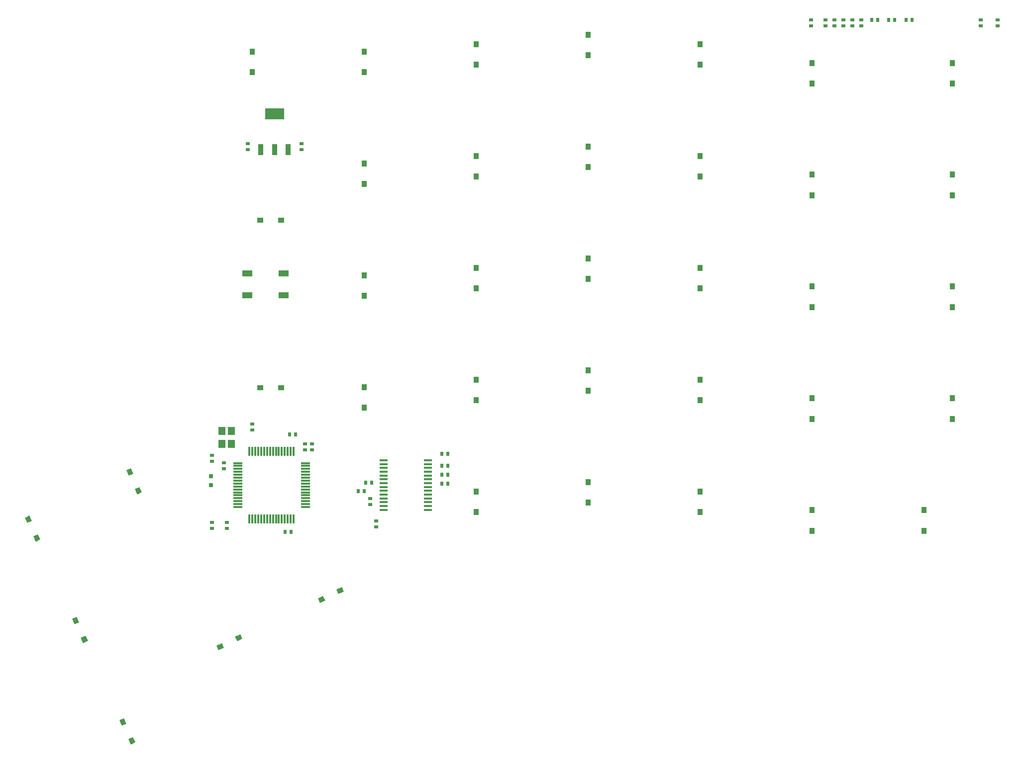
<source format=gbp>
G04 #@! TF.FileFunction,Paste,Bot*
%FSLAX46Y46*%
G04 Gerber Fmt 4.6, Leading zero omitted, Abs format (unit mm)*
G04 Created by KiCad (PCBNEW (2016-03-18 BZR 6629, Git 60d93d0)-product) date 7/17/2016 1:37:33 PM*
%MOMM*%
G01*
G04 APERTURE LIST*
%ADD10C,0.150000*%
%ADD11R,0.300000X1.500000*%
%ADD12R,1.500000X0.300000*%
%ADD13R,1.200000X1.400000*%
%ADD14R,0.650000X0.600000*%
%ADD15R,0.600000X0.650000*%
%ADD16R,1.430000X0.400000*%
%ADD17R,0.797560X0.797560*%
%ADD18R,1.800000X1.100000*%
%ADD19R,0.950000X1.900000*%
%ADD20R,3.250000X1.900000*%
%ADD21R,1.000760X0.850900*%
%ADD22R,0.850900X1.000760*%
G04 APERTURE END LIST*
D10*
D11*
X76267000Y-142910000D03*
X75767000Y-142910000D03*
X75267000Y-142910000D03*
X74767000Y-142910000D03*
X74267000Y-142910000D03*
X73767000Y-142910000D03*
X73267000Y-142910000D03*
X72767000Y-142910000D03*
X72267000Y-142910000D03*
X71767000Y-142910000D03*
X71267000Y-142910000D03*
X70767000Y-142910000D03*
X70267000Y-142910000D03*
X69767000Y-142910000D03*
X69267000Y-142910000D03*
X68767000Y-142910000D03*
D12*
X66767000Y-140910000D03*
X66767000Y-140410000D03*
X66767000Y-139910000D03*
X66767000Y-139410000D03*
X66767000Y-138910000D03*
X66767000Y-138410000D03*
X66767000Y-137910000D03*
X66767000Y-137410000D03*
X66767000Y-136910000D03*
X66767000Y-136410000D03*
X66767000Y-135910000D03*
X66767000Y-135410000D03*
X66767000Y-134910000D03*
X66767000Y-134410000D03*
X66767000Y-133910000D03*
X66767000Y-133410000D03*
D11*
X68767000Y-131410000D03*
X69267000Y-131410000D03*
X69767000Y-131410000D03*
X70267000Y-131410000D03*
X70767000Y-131410000D03*
X71267000Y-131410000D03*
X71767000Y-131410000D03*
X72267000Y-131410000D03*
X72767000Y-131410000D03*
X73267000Y-131410000D03*
X73767000Y-131410000D03*
X74267000Y-131410000D03*
X74767000Y-131410000D03*
X75267000Y-131410000D03*
X75767000Y-131410000D03*
X76267000Y-131410000D03*
D12*
X78267000Y-133410000D03*
X78267000Y-133910000D03*
X78267000Y-134410000D03*
X78267000Y-134910000D03*
X78267000Y-135410000D03*
X78267000Y-135910000D03*
X78267000Y-136410000D03*
X78267000Y-136910000D03*
X78267000Y-137410000D03*
X78267000Y-137910000D03*
X78267000Y-138410000D03*
X78267000Y-138910000D03*
X78267000Y-139410000D03*
X78267000Y-139910000D03*
X78267000Y-140410000D03*
X78267000Y-140910000D03*
D13*
X65697000Y-127932000D03*
X64097000Y-127932000D03*
X64097000Y-130132000D03*
X65697000Y-130132000D03*
D14*
X62357000Y-143518000D03*
X62357000Y-144518000D03*
X164338000Y-57920000D03*
X164338000Y-58920000D03*
X193167000Y-57920000D03*
X193167000Y-58920000D03*
X196088000Y-57920000D03*
X196088000Y-58920000D03*
D15*
X178554000Y-57912000D03*
X177554000Y-57912000D03*
D14*
X166751000Y-58920000D03*
X166751000Y-57920000D03*
D15*
X175633000Y-57912000D03*
X174633000Y-57912000D03*
D14*
X168275000Y-58920000D03*
X168275000Y-57920000D03*
X169799000Y-58920000D03*
X169799000Y-57920000D03*
X171323000Y-58920000D03*
X171323000Y-57920000D03*
X172847000Y-58920000D03*
X172847000Y-57920000D03*
X64389000Y-134358000D03*
X64389000Y-133358000D03*
D15*
X102481000Y-135382000D03*
X101481000Y-135382000D03*
D14*
X69215000Y-127754000D03*
X69215000Y-126754000D03*
D15*
X75811000Y-145161000D03*
X74811000Y-145161000D03*
D14*
X77597000Y-80002000D03*
X77597000Y-79002000D03*
X78232000Y-130183000D03*
X78232000Y-131183000D03*
D15*
X76573000Y-128524000D03*
X75573000Y-128524000D03*
D14*
X68453000Y-80002000D03*
X68453000Y-79002000D03*
X79375000Y-130183000D03*
X79375000Y-131183000D03*
X64897000Y-143518000D03*
X64897000Y-144518000D03*
D15*
X87257000Y-138176000D03*
X88257000Y-138176000D03*
X88527000Y-136779000D03*
X89527000Y-136779000D03*
X102481000Y-131826000D03*
X101481000Y-131826000D03*
D14*
X90297000Y-143264000D03*
X90297000Y-144264000D03*
X89281000Y-140454000D03*
X89281000Y-139454000D03*
D15*
X102481000Y-133858000D03*
X101481000Y-133858000D03*
D14*
X62357000Y-133088000D03*
X62357000Y-132088000D03*
D15*
X101481000Y-136906000D03*
X102481000Y-136906000D03*
D16*
X99172000Y-132935000D03*
X99172000Y-133585000D03*
X99172000Y-134235000D03*
X99172000Y-134885000D03*
X99172000Y-135535000D03*
X99172000Y-136185000D03*
X99172000Y-136835000D03*
X99172000Y-137485000D03*
X99172000Y-138135000D03*
X99172000Y-138785000D03*
X99172000Y-139435000D03*
X99172000Y-140085000D03*
X99172000Y-140735000D03*
X99172000Y-141385000D03*
X91582000Y-141385000D03*
X91582000Y-140735000D03*
X91582000Y-140085000D03*
X91582000Y-139435000D03*
X91582000Y-138785000D03*
X91582000Y-138135000D03*
X91582000Y-137485000D03*
X91582000Y-136835000D03*
X91582000Y-136185000D03*
X91582000Y-135535000D03*
X91582000Y-134885000D03*
X91582000Y-134235000D03*
X91582000Y-133585000D03*
X91582000Y-132935000D03*
D17*
X62212500Y-135669700D03*
X62212500Y-137168300D03*
D15*
X180475000Y-57912000D03*
X181475000Y-57912000D03*
D18*
X68401000Y-104847000D03*
X68401000Y-101147000D03*
X74601000Y-104847000D03*
X74601000Y-101147000D03*
D19*
X73025000Y-80012000D03*
X70725000Y-80012000D03*
X75325000Y-80012000D03*
D20*
X73025000Y-73912000D03*
D10*
G36*
X80756510Y-157222739D02*
X80396904Y-156451562D01*
X81303900Y-156028623D01*
X81663506Y-156799800D01*
X80756510Y-157222739D01*
X80756510Y-157222739D01*
G37*
G36*
X83928696Y-155743524D02*
X83569090Y-154972347D01*
X84476086Y-154549408D01*
X84835692Y-155320585D01*
X83928696Y-155743524D01*
X83928696Y-155743524D01*
G37*
D21*
X70637400Y-120596000D03*
X74137520Y-120596000D03*
D22*
X88328500Y-120495400D03*
X88328500Y-123995520D03*
X107378000Y-119225400D03*
X107378000Y-122725520D03*
X126428000Y-117627400D03*
X126428000Y-121127520D03*
X145478000Y-119225400D03*
X145478000Y-122725520D03*
X164528000Y-122400400D03*
X164528000Y-125900520D03*
X188340000Y-122400400D03*
X188340000Y-125900520D03*
D10*
G36*
X38591061Y-159986910D02*
X39362238Y-159627304D01*
X39785177Y-160534300D01*
X39014000Y-160893906D01*
X38591061Y-159986910D01*
X38591061Y-159986910D01*
G37*
G36*
X40070276Y-163159096D02*
X40841453Y-162799490D01*
X41264392Y-163706486D01*
X40493215Y-164066092D01*
X40070276Y-163159096D01*
X40070276Y-163159096D01*
G37*
G36*
X46642861Y-177253910D02*
X47414038Y-176894304D01*
X47836977Y-177801300D01*
X47065800Y-178160906D01*
X46642861Y-177253910D01*
X46642861Y-177253910D01*
G37*
G36*
X48122076Y-180426096D02*
X48893253Y-180066490D01*
X49316192Y-180973486D01*
X48545015Y-181333092D01*
X48122076Y-180426096D01*
X48122076Y-180426096D01*
G37*
G36*
X63492110Y-165274739D02*
X63132504Y-164503562D01*
X64039500Y-164080623D01*
X64399106Y-164851800D01*
X63492110Y-165274739D01*
X63492110Y-165274739D01*
G37*
G36*
X66664296Y-163795524D02*
X66304690Y-163024347D01*
X67211686Y-162601408D01*
X67571292Y-163372585D01*
X66664296Y-163795524D01*
X66664296Y-163795524D01*
G37*
D22*
X69278500Y-63347600D03*
X69278500Y-66847720D03*
X107378000Y-138275400D03*
X107378000Y-141775520D03*
X126428000Y-136677400D03*
X126428000Y-140177520D03*
X145478000Y-138275400D03*
X145478000Y-141775520D03*
X164528000Y-141450400D03*
X164528000Y-144950520D03*
X183578000Y-141450400D03*
X183578000Y-144950520D03*
X126428000Y-79527400D03*
X126428000Y-83027520D03*
X145478000Y-62075100D03*
X145478000Y-65575220D03*
X126428000Y-60477400D03*
X126428000Y-63977520D03*
X107378000Y-62075100D03*
X107378000Y-65575220D03*
X88328500Y-63347600D03*
X88328500Y-66847720D03*
D10*
G36*
X47806161Y-134670910D02*
X48577338Y-134311304D01*
X49000277Y-135218300D01*
X48229100Y-135577906D01*
X47806161Y-134670910D01*
X47806161Y-134670910D01*
G37*
G36*
X49285376Y-137843096D02*
X50056553Y-137483490D01*
X50479492Y-138390486D01*
X49708315Y-138750092D01*
X49285376Y-137843096D01*
X49285376Y-137843096D01*
G37*
D22*
X164528000Y-65252600D03*
X164528000Y-68752720D03*
X188340000Y-65252600D03*
X188340000Y-68752720D03*
D21*
X70637400Y-92021700D03*
X74137520Y-92021700D03*
D22*
X88328500Y-82395100D03*
X88328500Y-85895220D03*
X107378000Y-81125100D03*
X107378000Y-84625220D03*
X145478000Y-81125100D03*
X145478000Y-84625220D03*
X164528000Y-84300100D03*
X164528000Y-87800220D03*
X188340000Y-84300100D03*
X188340000Y-87800220D03*
X88328500Y-101445400D03*
X88328500Y-104945520D03*
X107378000Y-100175400D03*
X107378000Y-103675520D03*
X126428000Y-98577400D03*
X126428000Y-102077520D03*
X145478000Y-100175400D03*
X145478000Y-103675520D03*
X164528000Y-103350400D03*
X164528000Y-106850520D03*
X188340000Y-103350400D03*
X188340000Y-106850520D03*
D10*
G36*
X30541761Y-142722910D02*
X31312938Y-142363304D01*
X31735877Y-143270300D01*
X30964700Y-143629906D01*
X30541761Y-142722910D01*
X30541761Y-142722910D01*
G37*
G36*
X32020976Y-145895096D02*
X32792153Y-145535490D01*
X33215092Y-146442486D01*
X32443915Y-146802092D01*
X32020976Y-145895096D01*
X32020976Y-145895096D01*
G37*
M02*

</source>
